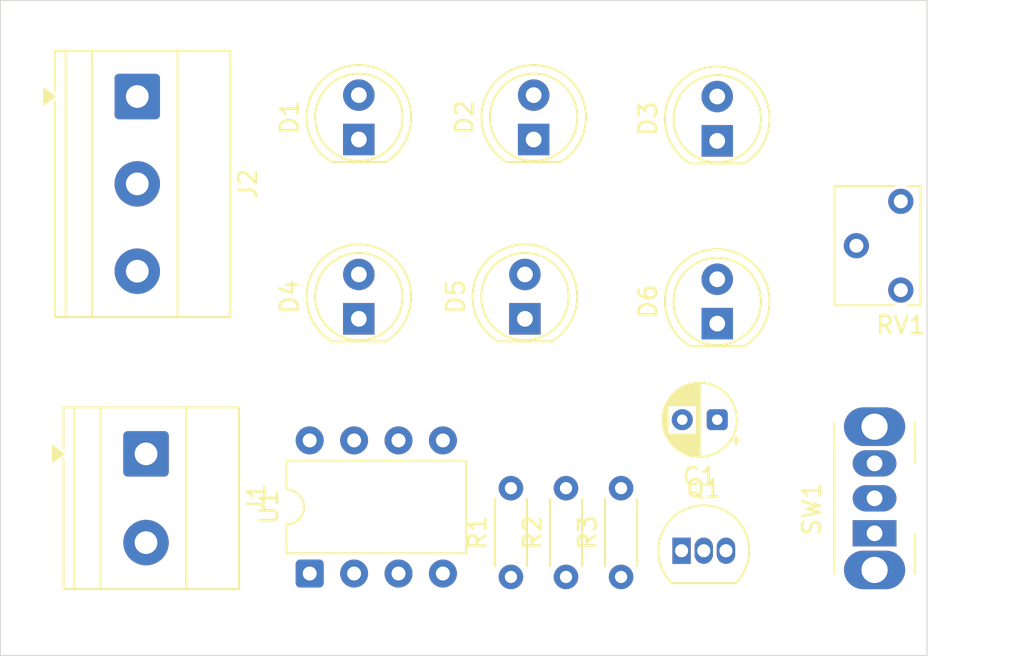
<source format=kicad_pcb>
(kicad_pcb (version 20241229) (generator "pcbnew") (generator_version "9.0")
  (layers (0 "F.Cu" signal) (2 "B.Cu" signal) (13 "F.Paste" user) (15 "B.Paste" user) (5 "F.SilkS" user "F.Silkscreen") (7 "B.SilkS" user "B.Silkscreen") (1 "F.Mask" user) (3 "B.Mask" user) (25 "Edge.Cuts" user))
  (net 0 "")
  (net 1 "GND")
  (net 2 "2,6")
  (net 3 "Net-(D1-A)")
  (net 4 "Net-(D1-K)")
  (net 5 "VCC")
  (net 6 "Net-(J1-Pin_2)")
  (net 7 "Net-(J2-Pin_1)")
  (net 8 "Net-(J2-Pin_2)")
  (net 9 "Net-(Q1-B)")
  (net 10 "7")
  (footprint "Button_Switch_THT:SW_Slide_SPDT_Angled_CK_OS102011MA1Q" (layer "F.Cu") (at 110.5 86 90)
    (property "Reference" "SW1" (at 1.4 -3.6 90) (layer "F.SilkS"))
    (property "Value" "SW_Push_SPDT")
    (fp_line (start -2.3 -2.3) (end 6.3 -2.3) (stroke (width 0.12)) (layer "F.SilkS"))
    (fp_line (start 4 2.3) (end 6.3 2.3) (stroke (width 0.12)) (layer "F.SilkS"))
    (fp_line (start -2.3 2.3) (end -0.1 2.3) (stroke (width 0.12)) (layer "F.SilkS"))
    (pad "" thru_hole oval (at -2.1 0 90) (size 2.2 3.5) (drill 1.5) (layers "*.Cu" "*.Mask"))
    (pad "" thru_hole oval (at 6.1 0 90) (size 2.2 3.5) (drill 1.5) (layers "*.Cu" "*.Mask"))
    (pad "1" thru_hole rect (at 0 0 90) (size 1.5 2.5) (drill 0.9) (layers "*.Cu" "*.Mask"))
    (pad "2" thru_hole oval (at 2 0 90) (size 1.5 2.5) (drill 0.9) (layers "*.Cu" "*.Mask") (net 6 "Net-(J1-Pin_2)"))
    (pad "3" thru_hole oval (at 4 0 90) (size 1.5 2.5) (drill 0.9) (layers "*.Cu" "*.Mask") (net 5 "VCC"))
  )
  (footprint "LED_THT:LED_D5.0mm" (layer "F.Cu") (at 101.5 74 90)
    (property "Reference" "D6" (at 1.27 -3.96 90) (layer "F.SilkS"))
    (property "Value" "LED")
    (fp_line (start -1.29 -1.545) (end -1.29 1.545) (stroke (width 0.12)) (layer "F.SilkS"))
    (fp_arc (start -1.29 -1.54483) (mid 2.071779 -2.880495) (end 4.26 0) (stroke (width 0.12)) (layer "F.SilkS"))
    (fp_arc (start 4.26 0) (mid 2.071779 2.880495) (end -1.29 1.54483) (stroke (width 0.12)) (layer "F.SilkS"))
    (fp_circle (center 1.27 0) (end 3.77 0) (stroke (width 0.12)) (fill no) (layer "F.SilkS"))
    (pad "1" thru_hole rect (at 0 0 90) (size 1.8 1.8) (drill 0.9) (layers "*.Cu" "*.Mask") (net 4 "Net-(D1-K)"))
    (pad "2" thru_hole circle (at 2.54 0 90) (size 1.8 1.8) (drill 0.9) (layers "*.Cu" "*.Mask") (net 5 "VCC"))
  )
  (footprint "TerminalBlock_Phoenix:TerminalBlock_Phoenix_MKDS-1,5-2-5.08_1x02_P5.08mm_Horizontal" (layer "F.Cu") (at 68.8275 81.455 -90)
    (property "Reference" "J1" (at 2.54 -6.32 90) (layer "F.SilkS"))
    (property "Value" "Screw_Terminal_01x02")
    (fp_line (start -2.66 4.72) (end -2.66 -5.32) (stroke (width 0.12)) (layer "F.SilkS"))
    (fp_line (start -0.3 4.72) (end -2.66 4.72) (stroke (width 0.12)) (layer "F.SilkS"))
    (fp_line (start 7.74 4.72) (end 0.3 4.72) (stroke (width 0.12)) (layer "F.SilkS"))
    (fp_line (start -2.66 4.1) (end 7.74 4.1) (stroke (width 0.12)) (layer "F.SilkS"))
    (fp_line (start -2.66 2.6) (end 7.74 2.6) (stroke (width 0.12)) (layer "F.SilkS"))
    (fp_line (start -2.66 -2.3) (end 7.74 -2.3) (stroke (width 0.12)) (layer "F.SilkS"))
    (fp_line (start -2.66 -5.32) (end 7.74 -5.32) (stroke (width 0.12)) (layer "F.SilkS"))
    (fp_line (start 7.74 -5.32) (end 7.74 4.72) (stroke (width 0.12)) (layer "F.SilkS"))
    (fp_poly (pts (xy 0 4.72) (xy 0.44 5.33) (xy -0.44 5.33)) (stroke (width 0.12)) (fill yes) (layer "F.SilkS"))
    (pad "1" thru_hole roundrect (at 0 0 270) (size 2.6 2.6) (drill 1.3) (layers "*.Cu" "*.Mask") (roundrect_rratio 0.096154) (net 1 "GND"))
    (pad "2" thru_hole circle (at 5.08 0 270) (size 2.6 2.6) (drill 1.3) (layers "*.Cu" "*.Mask") (net 6 "Net-(J1-Pin_2)"))
  )
  (footprint "Resistor_THT:R_Axial_DIN0204_L3.6mm_D1.6mm_P5.08mm_Horizontal" (layer "F.Cu") (at 89.7 88.5 90)
    (property "Reference" "R1" (at 2.54 -1.92 90) (layer "F.SilkS"))
    (property "Value" "R")
    (fp_line (start 0.62 -0.92) (end 4.46 -0.92) (stroke (width 0.12)) (layer "F.SilkS"))
    (fp_line (start 0.62 0.92) (end 4.46 0.92) (stroke (width 0.12)) (layer "F.SilkS"))
    (pad "1" thru_hole circle (at 0 0 90) (size 1.4 1.4) (drill 0.7) (layers "*.Cu" "*.Mask") (net 5 "VCC"))
    (pad "2" thru_hole circle (at 5.08 0 90) (size 1.4 1.4) (drill 0.7) (layers "*.Cu" "*.Mask") (net 10 "7"))
  )
  (footprint "Resistor_THT:R_Axial_DIN0204_L3.6mm_D1.6mm_P5.08mm_Horizontal" (layer "F.Cu") (at 92.85 88.5 90)
    (property "Reference" "R2" (at 2.54 -1.92 90) (layer "F.SilkS"))
    (property "Value" "R")
    (fp_line (start 0.62 -0.92) (end 4.46 -0.92) (stroke (width 0.12)) (layer "F.SilkS"))
    (fp_line (start 0.62 0.92) (end 4.46 0.92) (stroke (width 0.12)) (layer "F.SilkS"))
    (pad "1" thru_hole circle (at 0 0 90) (size 1.4 1.4) (drill 0.7) (layers "*.Cu" "*.Mask") (net 8 "Net-(J2-Pin_2)"))
    (pad "2" thru_hole circle (at 5.08 0 90) (size 1.4 1.4) (drill 0.7) (layers "*.Cu" "*.Mask") (net 9 "Net-(Q1-B)"))
  )
  (footprint "Potentiometer_THT:Potentiometer_Vishay_T73XX_Horizontal" (layer "F.Cu") (at 112 72.08 180)
    (property "Reference" "RV1" (at 0 -2.01 0) (layer "F.SilkS"))
    (property "Value" "R_Potentiometer")
    (fp_line (start 3.79 5.95) (end 0.382 5.95) (stroke (width 0.12)) (layer "F.SilkS"))
    (fp_line (start 3.79 -0.87) (end 3.79 5.95) (stroke (width 0.12)) (layer "F.SilkS"))
    (fp_line (start 0.382 -0.87) (end 3.79 -0.87) (stroke (width 0.12)) (layer "F.SilkS"))
    (fp_line (start -0.382 5.95) (end -1.13 5.95) (stroke (width 0.12)) (layer "F.SilkS"))
    (fp_line (start -1.13 5.95) (end -1.13 -0.87) (stroke (width 0.12)) (layer "F.SilkS"))
    (fp_line (start -1.13 -0.87) (end -0.382 -0.87) (stroke (width 0.12)) (layer "F.SilkS"))
    (pad "1" thru_hole circle (at 0 0 180) (size 1.44 1.44) (drill 0.8) (layers "*.Cu" "*.Mask") (net 10 "7"))
    (pad "2" thru_hole circle (at 2.54 2.54 180) (size 1.44 1.44) (drill 0.8) (layers "*.Cu" "*.Mask") (net 2 "2,6"))
    (pad "3" thru_hole circle (at 0 5.08 180) (size 1.44 1.44) (drill 0.8) (layers "*.Cu" "*.Mask") (net 2 "2,6"))
  )
  (footprint "LED_THT:LED_D5.0mm" (layer "F.Cu") (at 90.5 73.725 90)
    (property "Reference" "D5" (at 1.27 -3.96 90) (layer "F.SilkS"))
    (property "Value" "LED")
    (fp_line (start -1.29 -1.545) (end -1.29 1.545) (stroke (width 0.12)) (layer "F.SilkS"))
    (fp_arc (start -1.29 -1.54483) (mid 2.071779 -2.880495) (end 4.26 0) (stroke (width 0.12)) (layer "F.SilkS"))
    (fp_arc (start 4.26 0) (mid 2.071779 2.880495) (end -1.29 1.54483) (stroke (width 0.12)) (layer "F.SilkS"))
    (fp_circle (center 1.27 0) (end 3.77 0) (stroke (width 0.12)) (fill no) (layer "F.SilkS"))
    (pad "1" thru_hole rect (at 0 0 90) (size 1.8 1.8) (drill 0.9) (layers "*.Cu" "*.Mask") (net 4 "Net-(D1-K)"))
    (pad "2" thru_hole circle (at 2.54 0 90) (size 1.8 1.8) (drill 0.9) (layers "*.Cu" "*.Mask") (net 5 "VCC"))
  )
  (footprint "Package_TO_SOT_THT:TO-92_Inline" (layer "F.Cu") (at 99.46 87)
    (property "Reference" "Q1" (at 1.27 -3.56 0) (layer "F.SilkS"))
    (property "Value" "2N3904")
    (fp_line (start -0.53 1.85) (end 3.07 1.85) (stroke (width 0.12)) (layer "F.SilkS"))
    (fp_arc (start -0.568478 1.838478) (mid -1.132087 -0.994977) (end 1.27 -2.6) (stroke (width 0.12)) (layer "F.SilkS"))
    (fp_arc (start 1.27 -2.6) (mid 3.672087 -0.994977) (end 3.108478 1.838478) (stroke (width 0.12)) (layer "F.SilkS"))
    (pad "1" thru_hole rect (at 0 0) (size 1.05 1.5) (drill 0.75) (layers "*.Cu" "*.Mask") (net 1 "GND"))
    (pad "2" thru_hole oval (at 1.27 0) (size 1.05 1.5) (drill 0.75) (layers "*.Cu" "*.Mask") (net 9 "Net-(Q1-B)"))
    (pad "3" thru_hole oval (at 2.54 0) (size 1.05 1.5) (drill 0.75) (layers "*.Cu" "*.Mask") (net 4 "Net-(D1-K)"))
  )
  (footprint "Capacitor_THT:CP_Radial_D4.0mm_P2.00mm" (layer "F.Cu") (at 101.5 79.5 180)
    (property "Reference" "C1" (at 1 -3.25 0) (layer "F.SilkS"))
    (property "Value" "C_Polarized")
    (fp_line (start 3.08 -0.37) (end 3.08 0.37) (stroke (width 0.12)) (layer "F.SilkS"))
    (fp_line (start 3.04 -0.537) (end 3.04 0.537) (stroke (width 0.12)) (layer "F.SilkS"))
    (fp_line (start 3 -0.663) (end 3 0.663) (stroke (width 0.12)) (layer "F.SilkS"))
    (fp_line (start 2.96 -0.768) (end 2.96 0.768) (stroke (width 0.12)) (layer "F.SilkS"))
    (fp_line (start 2.92 -0.859) (end 2.92 0.859) (stroke (width 0.12)) (layer "F.SilkS"))
    (fp_line (start 2.88 -0.94) (end 2.88 0.94) (stroke (width 0.12)) (layer "F.SilkS"))
    (fp_line (start 2.84 -1.013) (end 2.84 1.013) (stroke (width 0.12)) (layer "F.SilkS"))
    (fp_line (start 2.8 0.84) (end 2.8 1.08) (stroke (width 0.12)) (layer "F.SilkS"))
    (fp_line (start 2.8 -1.08) (end 2.8 -0.84) (stroke (width 0.12)) (layer "F.SilkS"))
    (fp_line (start 2.76 0.84) (end 2.76 1.142) (stroke (width 0.12)) (layer "F.SilkS"))
    (fp_line (start 2.76 -1.142) (end 2.76 -0.84) (stroke (width 0.12)) (layer "F.SilkS"))
    (fp_line (start 2.72 0.84) (end 2.72 1.199) (stroke (width 0.12)) (layer "F.SilkS"))
    (fp_line (start 2.72 -1.199) (end 2.72 -0.84) (stroke (width 0.12)) (layer "F.SilkS"))
    (fp_line (start 2.68 0.84) (end 2.68 1.253) (stroke (width 0.12)) (layer "F.SilkS"))
    (fp_line (start 2.68 -1.253) (end 2.68 -0.84) (stroke (width 0.12)) (layer "F.SilkS"))
    (fp_line (start 2.64 0.84) (end 2.64 1.303) (stroke (width 0.12)) (layer "F.SilkS"))
    (fp_line (start 2.64 -1.303) (end 2.64 -0.84) (stroke (width 0.12)) (layer "F.SilkS"))
    (fp_line (start 2.6 0.84) (end 2.6 1.351) (stroke (width 0.12)) (layer "F.SilkS"))
    (fp_line (start 2.6 -1.351) (end 2.6 -0.84) (stroke (width 0.12)) (layer "F.SilkS"))
    (fp_line (start 2.56 0.84) (end 2.56 1.396) (stroke (width 0.12)) (layer "F.SilkS"))
    (fp_line (start 2.56 -1.396) (end 2.56 -0.84) (stroke (width 0.12)) (layer "F.SilkS"))
    (fp_line (start 2.52 0.84) (end 2.52 1.438) (stroke (width 0.12)) (layer "F.SilkS"))
    (fp_line (start 2.52 -1.438) (end 2.52 -0.84) (stroke (width 0.12)) (layer "F.SilkS"))
    (fp_line (start 2.48 0.84) (end 2.48 1.478) (stroke (width 0.12)) (layer "F.SilkS"))
    (fp_line (start 2.48 -1.478) (end 2.48 -0.84) (stroke (width 0.12)) (layer "F.SilkS"))
    (fp_line (start 2.44 0.84) (end 2.44 1.516) (stroke (width 0.12)) (layer "F.SilkS"))
    (fp_line (start 2.44 -1.516) (end 2.44 -0.84) (stroke (width 0.12)) (layer "F.SilkS"))
    (fp_line (start 2.4 0.84) (end 2.4 1.552) (stroke (width 0.12)) (layer "F.SilkS"))
    (fp_line (start 2.4 -1.552) (end 2.4 -0.84) (stroke (width 0.12)) (layer "F.SilkS"))
    (fp_line (start 2.36 0.84) (end 2.36 1.586) (stroke (width 0.12)) (layer "F.SilkS"))
    (fp_line (start 2.36 -1.586) (end 2.36 -0.84) (stroke (width 0.12)) (layer "F.SilkS"))
    (fp_line (start 2.32 0.84) (end 2.32 1.619) (stroke (width 0.12)) (layer "F.SilkS"))
    (fp_line (start 2.32 -1.619) (end 2.32 -0.84) (stroke (width 0.12)) (layer "F.SilkS"))
    (fp_line (start 2.28 0.84) (end 2.28 1.65) (stroke (width 0.12)) (layer "F.SilkS"))
    (fp_line (start 2.28 -1.65) (end 2.28 -0.84) (stroke (width 0.12)) (layer "F.SilkS"))
    (fp_line (start 2.24 0.84) (end 2.24 1.68) (stroke (width 0.12)) (layer "F.SilkS"))
    (fp_line (start 2.24 -1.68) (end 2.24 -0.84) (stroke (width 0.12)) (layer "F.SilkS"))
    (fp_line (start 2.2 0.84) (end 2.2 1.708) (stroke (width 0.12)) (layer "F.SilkS"))
    (fp_line (start 2.2 -1.708) (end 2.2 -0.84) (stroke (width 0.12)) (layer "F.SilkS"))
    (fp_line (start 2.16 0.84) (end 2.16 1.734) (stroke (width 0.12)) (layer "F.SilkS"))
    (fp_line (start 2.16 -1.734) (end 2.16 -0.84) (stroke (width 0.12)) (layer "F.SilkS"))
    (fp_line (start 2.12 0.84) (end 2.12 1.76) (stroke (width 0.12)) (layer "F.SilkS"))
    (fp_line (start 2.12 -1.76) (end 2.12 -0.84) (stroke (width 0.12)) (layer "F.SilkS"))
    (fp_line (start 2.08 0.84) (end 2.08 1.784) (stroke (width 0.12)) (layer "F.SilkS"))
    (fp_line (start 2.08 -1.784) (end 2.08 -0.84) (stroke (width 0.12)) (layer "F.SilkS"))
    (fp_line (start 2.04 0.84) (end 2.04 1.807) (stroke (width 0.12)) (layer "F.SilkS"))
    (fp_line (start 2.04 -1.807) (end 2.04 -0.84) (stroke (width 0.12)) (layer "F.SilkS"))
    (fp_line (start 2 0.84) (end 2 1.829) (stroke (width 0.12)) (layer "F.SilkS"))
    (fp_line (start 2 -1.829) (end 2 -0.84) (stroke (width 0.12)) (layer "F.SilkS"))
    (fp_line (start 1.96 0.84) (end 1.96 1.85) (stroke (width 0.12)) (layer "F.SilkS"))
    (fp_line (start 1.96 -1.85) (end 1.96 -0.84) (stroke (width 0.12)) (layer "F.SilkS"))
    (fp_line (start 1.92 0.84) (end 1.92 1.87) (stroke (width 0.12)) (layer "F.SilkS"))
    (fp_line (start 1.92 -1.87) (end 1.92 -0.84) (stroke (width 0.12)) (layer "F.SilkS"))
    (fp_line (start 1.88 0.84) (end 1.88 1.889) (stroke (width 0.12)) (layer "F.SilkS"))
    (fp_line (start 1.88 -1.889) (end 1.88 -0.84) (stroke (width 0.12)) (layer "F.SilkS"))
    (fp_line (start 1.84 0.84) (end 1.84 1.906) (stroke (width 0.12)) (layer "F.SilkS"))
    (fp_line (start 1.84 -1.906) (end 1.84 -0.84) (stroke (width 0.12)) (layer "F.SilkS"))
    (fp_line (start 1.8 0.84) (end 1.8 1.923) (stroke (width 0.12)) (layer "F.SilkS"))
    (fp_line (start 1.8 -1.923) (end 1.8 -0.84) (stroke (width 0.12)) (layer "F.SilkS"))
    (fp_line (start 1.76 0.84) (end 1.76 1.939) (stroke (width 0.12)) (layer "F.SilkS"))
    (fp_line (start 1.76 -1.939) (end 1.76 -0.84) (stroke (width 0.12)) (layer "F.SilkS"))
    (fp_line (start 1.72 0.84) (end 1.72 1.954) (stroke (width 0.12)) (layer "F.SilkS"))
    (fp_line (start 1.72 -1.954) (end 1.72 -0.84) (stroke (width 0.12)) (layer "F.SilkS"))
    (fp_line (start 1.68 0.84) (end 1.68 1.968) (stroke (width 0.12)) (layer "F.SilkS"))
    (fp_line (start 1.68 -1.968) (end 1.68 -0.84) (stroke (width 0.12)) (layer "F.SilkS"))
    (fp_line (start 1.64 0.84) (end 1.64 1.981) (stroke (width 0.12)) (layer "F.SilkS"))
    (fp_line (start 1.64 -1.981) (end 1.64 -0.84) (stroke (width 0.12)) (layer "F.SilkS"))
    (fp_line (start 1.6 0.84) (end 1.6 1.993) (stroke (width 0.12)) (layer "F.SilkS"))
    (fp_line (start 1.6 -1.993) (end 1.6 -0.84) (stroke (width 0.12)) (layer "F.SilkS"))
    (fp_line (start 1.56 0.84) (end 1.56 2.005) (stroke (width 0.12)) (layer "F.SilkS"))
    (fp_line (start 1.56 -2.005) (end 1.56 -0.84) (stroke (width 0.12)) (layer "F.SilkS"))
    (fp_line (start 1.52 0.84) (end 1.52 2.015) (stroke (width 0.12)) (layer "F.SilkS"))
    (fp_line (start 1.52 -2.015) (end 1.52 -0.84) (stroke (width 0.12)) (layer "F.SilkS"))
    (fp_line (start 1.48 0.84) (end 1.48 2.025) (stroke (width 0.12)) (layer "F.SilkS"))
    (fp_line (start 1.48 -2.025) (end 1.48 -0.84) (stroke (width 0.12)) (layer "F.SilkS"))
    (fp_line (start 1.44 0.84) (end 1.44 2.034) (stroke (width 0.12)) (layer "F.SilkS"))
    (fp_line (start 1.44 -2.034) (end 1.44 -0.84) (stroke (width 0.12)) (layer "F.SilkS"))
    (fp_line (start 1.4 0.84) (end 1.4 2.042) (stroke (width 0.12)) (layer "F.SilkS"))
    (fp_line (start 1.4 -2.042) (end 1.4 -0.84) (stroke (width 0.12)) (layer "F.SilkS"))
    (fp_line (start 1.36 0.84) (end 1.36 2.049) (stroke (width 0.12)) (layer "F.SilkS"))
    (fp_line (start 1.36 -2.049) (end 1.36 -0.84) (stroke (width 0.12)) (layer "F.SilkS"))
    (fp_line (start 1.32 0.84) (end 1.32 2.056) (stroke (width 0.12)) (layer "F.SilkS"))
    (fp_line (start 1.32 -2.056) (end 1.32 -0.84) (stroke (width 0.12)) (layer "F.SilkS"))
    (fp_line (start 1.28 0.84) (end 1.28 2.061) (stroke (width 0.12)) (layer "F.SilkS"))
    (fp_line (start 1.28 -2.061) (end 1.28 -0.84) (stroke (width 0.12)) (layer "F.SilkS"))
    (fp_line (start 1.24 0.84) (end 1.24 2.066) (stroke (width 0.12)) (layer "F.SilkS"))
    (fp_line (start 1.24 -2.066) (end 1.24 -0.84) (stroke (width 0.12)) (layer "F.SilkS"))
    (fp_line (start 1.2 0.84) (end 1.2 2.071) (stroke (width 0.12)) (layer "F.SilkS"))
    (fp_line (start 1.2 -2.071) (end 1.2 -0.84) (stroke (width 0.12)) (layer "F.SilkS"))
    (fp_line (start 1.16 -2.074) (end 1.16 2.074) (stroke (width 0.12)) (layer "F.SilkS"))
    (fp_line (start 1.12 -2.077) (end 1.12 2.077) (stroke (width 0.12)) (layer "F.SilkS"))
    (fp_line (start 1.08 -2.078) (end 1.08 2.078) (stroke (width 0.12)) (layer "F.SilkS"))
    (fp_line (start 1.04 -2.08) (end 1.04 2.08) (stroke (width 0.12)) (layer "F.SilkS"))
    (fp_line (start 1 -2.08) (end 1 2.08) (stroke (width 0.12)) (layer "F.SilkS"))
    (fp_line (start -1.069801 -1.395) (end -1.069801 -0.995) (stroke (width 0.12)) (layer "F.SilkS"))
    (fp_line (start -1.269801 -1.195) (end -0.869801 -1.195) (stroke (width 0.12)) (layer "F.SilkS"))
    (fp_circle (center 1 0) (end 3.12 0) (stroke (width 0.12)) (fill no) (layer "F.SilkS"))
    (pad "1" thru_hole roundrect (at 0 0 180) (size 1.2 1.2) (drill 0.6) (layers "*.Cu" "*.Mask") (roundrect_rratio 0.208333) (net 2 "2,6"))
    (pad "2" thru_hole circle (at 2 0 180) (size 1.2 1.2) (drill 0.6) (layers "*.Cu" "*.Mask") (net 1 "GND"))
  )
  (footprint "LED_THT:LED_D5.0mm" (layer "F.Cu") (at 81 63.46 90)
    (property "Reference" "D1" (at 1.27 -3.96 90) (layer "F.SilkS"))
    (property "Value" "LED")
    (fp_line (start -1.29 -1.545) (end -1.29 1.545) (stroke (width 0.12)) (layer "F.SilkS"))
    (fp_arc (start -1.29 -1.54483) (mid 2.071779 -2.880495) (end 4.26 0) (stroke (width 0.12)) (layer "F.SilkS"))
    (fp_arc (start 4.26 0) (mid 2.071779 2.880495) (end -1.29 1.54483) (stroke (width 0.12)) (layer "F.SilkS"))
    (fp_circle (center 1.27 0) (end 3.77 0) (stroke (width 0.12)) (fill no) (layer "F.SilkS"))
    (pad "1" thru_hole rect (at 0 0 90) (size 1.8 1.8) (drill 0.9) (layers "*.Cu" "*.Mask") (net 4 "Net-(D1-K)"))
    (pad "2" thru_hole circle (at 2.54 0 90) (size 1.8 1.8) (drill 0.9) (layers "*.Cu" "*.Mask") (net 3 "Net-(D1-A)"))
  )
  (footprint "Resistor_THT:R_Axial_DIN0204_L3.6mm_D1.6mm_P5.08mm_Horizontal" (layer "F.Cu") (at 96 88.5 90)
    (property "Reference" "R3" (at 2.54 -1.92 90) (layer "F.SilkS"))
    (property "Value" "R")
    (fp_line (start 0.62 -0.92) (end 4.46 -0.92) (stroke (width 0.12)) (layer "F.SilkS"))
    (fp_line (start 0.62 0.92) (end 4.46 0.92) (stroke (width 0.12)) (layer "F.SilkS"))
    (pad "1" thru_hole circle (at 0 0 90) (size 1.4 1.4) (drill 0.7) (layers "*.Cu" "*.Mask") (net 5 "VCC"))
    (pad "2" thru_hole circle (at 5.08 0 90) (size 1.4 1.4) (drill 0.7) (layers "*.Cu" "*.Mask") (net 3 "Net-(D1-A)"))
  )
  (footprint "LED_THT:LED_D5.0mm" (layer "F.Cu") (at 81 73.725 90)
    (property "Reference" "D4" (at 1.27 -3.96 90) (layer "F.SilkS"))
    (property "Value" "LED")
    (fp_line (start -1.29 -1.545) (end -1.29 1.545) (stroke (width 0.12)) (layer "F.SilkS"))
    (fp_arc (start -1.29 -1.54483) (mid 2.071779 -2.880495) (end 4.26 0) (stroke (width 0.12)) (layer "F.SilkS"))
    (fp_arc (start 4.26 0) (mid 2.071779 2.880495) (end -1.29 1.54483) (stroke (width 0.12)) (layer "F.SilkS"))
    (fp_circle (center 1.27 0) (end 3.77 0) (stroke (width 0.12)) (fill no) (layer "F.SilkS"))
    (pad "1" thru_hole rect (at 0 0 90) (size 1.8 1.8) (drill 0.9) (layers "*.Cu" "*.Mask") (net 4 "Net-(D1-K)"))
    (pad "2" thru_hole circle (at 2.54 0 90) (size 1.8 1.8) (drill 0.9) (layers "*.Cu" "*.Mask") (net 5 "VCC"))
  )
  (footprint "Package_DIP:DIP-8_W7.62mm" (layer "F.Cu") (at 78.19 88.305 90)
    (property "Reference" "U1" (at 3.81 -2.33 90) (layer "F.SilkS"))
    (property "Value" "NE555P")
    (fp_line (start 6.46 -1.33) (end 4.81 -1.33) (stroke (width 0.12)) (layer "F.SilkS"))
    (fp_line (start 2.81 -1.33) (end 1.16 -1.33) (stroke (width 0.12)) (layer "F.SilkS"))
    (fp_line (start 1.16 -1.33) (end 1.16 8.95) (stroke (width 0.12)) (layer "F.SilkS"))
    (fp_line (start 6.46 8.95) (end 6.46 -1.33) (stroke (width 0.12)) (layer "F.SilkS"))
    (fp_line (start 1.16 8.95) (end 6.46 8.95) (stroke (width 0.12)) (layer "F.SilkS"))
    (fp_arc (start 4.81 -1.33) (mid 3.81 -0.33) (end 2.81 -1.33) (stroke (width 0.12)) (layer "F.SilkS"))
    (pad "1" thru_hole roundrect (at 0 0 90) (size 1.6 1.6) (drill 0.8) (layers "*.Cu" "*.Mask") (roundrect_rratio 0.15625) (net 1 "GND"))
    (pad "2" thru_hole circle (at 0 2.54 90) (size 1.6 1.6) (drill 0.8) (layers "*.Cu" "*.Mask") (net 2 "2,6"))
    (pad "3" thru_hole circle (at 0 5.08 90) (size 1.6 1.6) (drill 0.8) (layers "*.Cu" "*.Mask") (net 7 "Net-(J2-Pin_1)"))
    (pad "4" thru_hole circle (at 0 7.62 90) (size 1.6 1.6) (drill 0.8) (layers "*.Cu" "*.Mask") (net 5 "VCC"))
    (pad "5" thru_hole circle (at 7.62 7.62 90) (size 1.6 1.6) (drill 0.8) (layers "*.Cu" "*.Mask"))
    (pad "6" thru_hole circle (at 7.62 5.08 90) (size 1.6 1.6) (drill 0.8) (layers "*.Cu" "*.Mask") (net 2 "2,6"))
    (pad "7" thru_hole circle (at 7.62 2.54 90) (size 1.6 1.6) (drill 0.8) (layers "*.Cu" "*.Mask") (net 10 "7"))
    (pad "8" thru_hole circle (at 7.62 0 90) (size 1.6 1.6) (drill 0.8) (layers "*.Cu" "*.Mask") (net 5 "VCC"))
  )
  (footprint "TerminalBlock_Phoenix:TerminalBlock_Phoenix_MKDS-1,5-3_1x03_P5.00mm_Horizontal" (layer "F.Cu") (at 68.3275 61 -90)
    (property "Reference" "J2" (at 5 -6.32 90) (layer "F.SilkS"))
    (property "Value" "Screw_Terminal_01x03")
    (fp_line (start -2.62 4.72) (end -2.62 -5.32) (stroke (width 0.12)) (layer "F.SilkS"))
    (fp_line (start -0.3 4.72) (end -2.62 4.72) (stroke (width 0.12)) (layer "F.SilkS"))
    (fp_line (start 12.62 4.72) (end 0.3 4.72) (stroke (width 0.12)) (layer "F.SilkS"))
    (fp_line (start -2.62 4.1) (end 12.62 4.1) (stroke (width 0.12)) (layer "F.SilkS"))
    (fp_line (start -2.62 2.6) (end 12.62 2.6) (stroke (width 0.12)) (layer "F.SilkS"))
    (fp_line (start -2.62 -2.3) (end 12.62 -2.3) (stroke (width 0.12)) (layer "F.SilkS"))
    (fp_line (start -2.62 -5.32) (end 12.62 -5.32) (stroke (width 0.12)) (layer "F.SilkS"))
    (fp_line (start 12.62 -5.32) (end 12.62 4.72) (stroke (width 0.12)) (layer "F.SilkS"))
    (fp_poly (pts (xy 0 4.72) (xy 0.44 5.33) (xy -0.44 5.33)) (stroke (width 0.12)) (fill yes) (layer "F.SilkS"))
    (pad "1" thru_hole roundrect (at 0 0 270) (size 2.6 2.6) (drill 1.3) (layers "*.Cu" "*.Mask") (roundrect_rratio 0.096154) (net 7 "Net-(J2-Pin_1)"))
    (pad "2" thru_hole circle (at 5 0 270) (size 2.6 2.6) (drill 1.3) (layers "*.Cu" "*.Mask") (net 8 "Net-(J2-Pin_2)"))
    (pad "3" thru_hole circle (at 10 0 270) (size 2.6 2.6) (drill 1.3) (layers "*.Cu" "*.Mask") (net 5 "VCC"))
  )
  (footprint "LED_THT:LED_D5.0mm" (layer "F.Cu") (at 101.5 63.54 90)
    (property "Reference" "D3" (at 1.27 -3.96 90) (layer "F.SilkS"))
    (property "Value" "LED")
    (fp_line (start -1.29 -1.545) (end -1.29 1.545) (stroke (width 0.12)) (layer "F.SilkS"))
    (fp_arc (start -1.29 -1.54483) (mid 2.071779 -2.880495) (end 4.26 0) (stroke (width 0.12)) (layer "F.SilkS"))
    (fp_arc (start 4.26 0) (mid 2.071779 2.880495) (end -1.29 1.54483) (stroke (width 0.12)) (layer "F.SilkS"))
    (fp_circle (center 1.27 0) (end 3.77 0) (stroke (width 0.12)) (fill no) (layer "F.SilkS"))
    (pad "1" thru_hole rect (at 0 0 90) (size 1.8 1.8) (drill 0.9) (layers "*.Cu" "*.Mask") (net 4 "Net-(D1-K)"))
    (pad "2" thru_hole circle (at 2.54 0 90) (size 1.8 1.8) (drill 0.9) (layers "*.Cu" "*.Mask") (net 3 "Net-(D1-A)"))
  )
  (footprint "LED_THT:LED_D5.0mm" (layer "F.Cu") (at 91 63.46 90)
    (property "Reference" "D2" (at 1.27 -3.96 90) (layer "F.SilkS"))
    (property "Value" "LED")
    (fp_line (start -1.29 -1.545) (end -1.29 1.545) (stroke (width 0.12)) (layer "F.SilkS"))
    (fp_arc (start -1.29 -1.54483) (mid 2.071779 -2.880495) (end 4.26 0) (stroke (width 0.12)) (layer "F.SilkS"))
    (fp_arc (start 4.26 0) (mid 2.071779 2.880495) (end -1.29 1.54483) (stroke (width 0.12)) (layer "F.SilkS"))
    (fp_circle (center 1.27 0) (end 3.77 0) (stroke (width 0.12)) (fill no) (layer "F.SilkS"))
    (pad "1" thru_hole rect (at 0 0 90) (size 1.8 1.8) (drill 0.9) (layers "*.Cu" "*.Mask") (net 4 "Net-(D1-K)"))
    (pad "2" thru_hole circle (at 2.54 0 90) (size 1.8 1.8) (drill 0.9) (layers "*.Cu" "*.Mask") (net 3 "Net-(D1-A)"))
  )
  (gr_rect (start 60.5 55.5) (end 113.5 93) (stroke (width 0.05)) (fill no) (layer "Edge.Cuts"))
)
</source>
